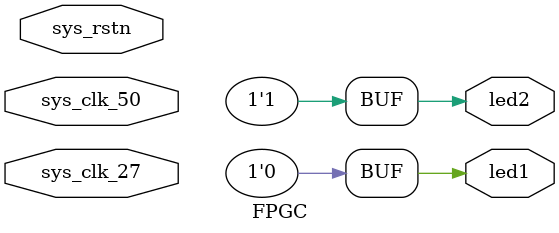
<source format=v>
module FPGC (
    // Clock and reset
    input wire sys_clk_50,
    input wire sys_clk_27,
    input wire sys_rstn,
    
    // LEDs
    output wire        led1,
    output wire        led2
);

assign led1 = 1'b0;
assign led2 = 1'b1;

endmodule

</source>
